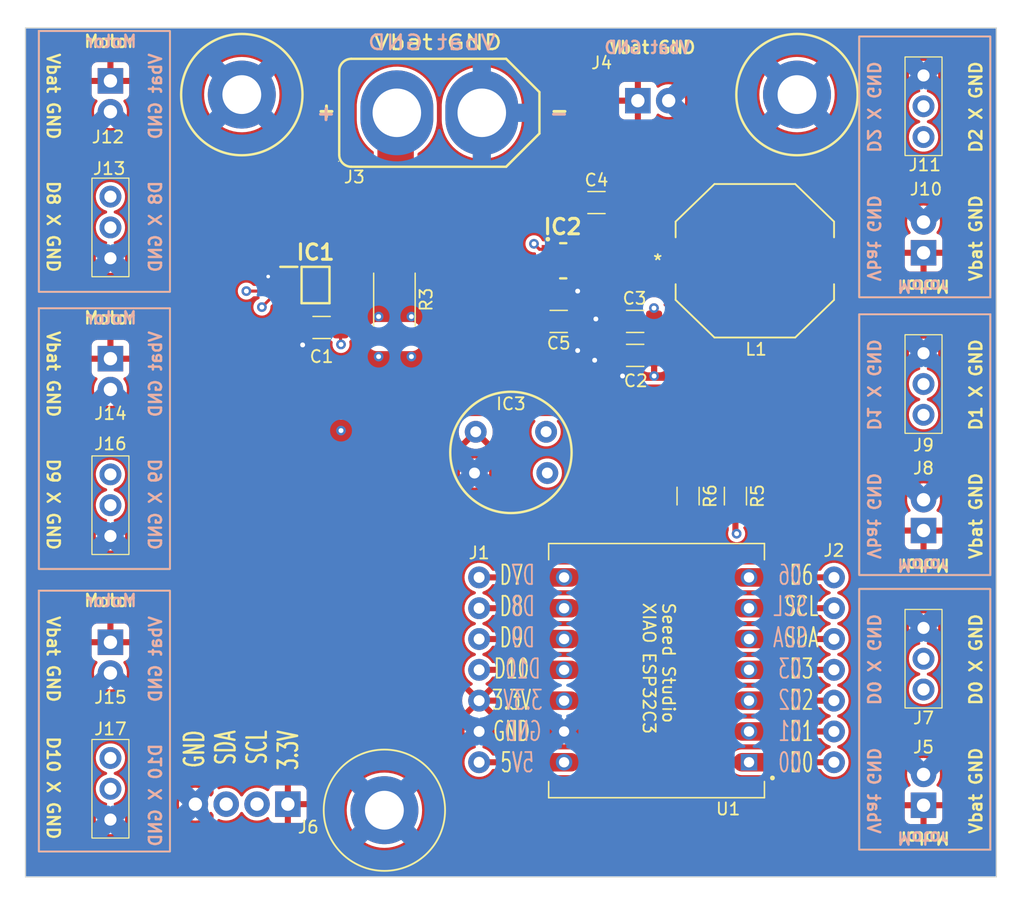
<source format=kicad_pcb>
(kicad_pcb (version 20221018) (generator pcbnew)
  (layers (0 "F.Cu" signal) (1 "In1.Cu" signal) (2 "In2.Cu" signal) (31 "B.Cu" signal) (34 "B.Paste" user) (35 "F.Paste" user) (36 "B.SilkS" user "B.Silkscreen") (37 "F.SilkS" user "F.Silkscreen") (38 "B.Mask" user) (39 "F.Mask" user) (44 "Edge.Cuts" user))
  (net 0 "")
  (net 1 "+3.3V")
  (net 2 "GND")
  (net 3 "+5V")
  (net 4 "/D10")
  (net 5 "/D9")
  (net 6 "/D8")
  (net 7 "/D7")
  (net 8 "/D6")
  (net 9 "Net-(IC2-BST)")
  (net 10 "Net-(IC2-SW)")
  (net 11 "/D3")
  (net 12 "/D2")
  (net 13 "/D1")
  (net 14 "/D0")
  (net 15 "+12V")
  (net 17 "/SDA")
  (net 18 "/SCL")
  (net 19 "/12V_in")
  (footprint "MasterThesis_library:Seed Studio XIAO ESP32C3 (with holes)" (layer "F.Cu") (at 151.1 81.89 180)
    (fp_text reference "U1" (at -5.9 -11.41) (layer "F.SilkS"))
    (fp_text value "SEEEDUINO XIAO ESP32-C3")
    (fp_line (start -8.89 -10.4775) (end 8.89 -10.4775) (stroke (width 0.127)) (layer "F.SilkS"))
    (fp_line (start -8.89 -9.144) (end -8.89 -10.4775) (stroke (width 0.127)) (layer "F.SilkS"))
    (fp_line (start -8.89 10.4775) (end -8.89 9.144) (stroke (width 0.127)) (layer "F.SilkS"))
    (fp_line (start 8.89 -9.144) (end 8.89 -10.4775) (stroke (width 0.127)) (layer "F.SilkS"))
    (fp_line (start 8.89 10.4775) (end -8.89 10.4775) (stroke (width 0.127)) (layer "F.SilkS"))
    (fp_line (start 8.89 10.4775) (end 8.89 9.144) (stroke (width 0.127)) (layer "F.SilkS"))
    (fp_circle (center -9.55 -8.85) (end -9.45 -8.85) (stroke (width 0.2)) (fill none) (layer "F.SilkS"))
    (pad "1" smd oval (at -8.299 -7.5565 180) (size 4 1.524) (layers "F.Cu" "F.Paste" "F.Mask") (net 14 "/D0"))
    (pad "1" thru_hole rect (at -7.62 -7.5565 180) (size 1.358 1.358) (drill 0.85) (layers "*.Cu" "*.Mask") (net 14 "/D0"))
    (pad "2" smd oval (at -8.299 -5.0165 180) (size 4 1.524) (layers "F.Cu" "F.Paste" "F.Mask") (net 13 "/D1"))
    (pad "2" thru_hole circle (at -7.62 -5.0165 180) (size 1.358 1.358) (drill 0.85) (layers "*.Cu" "*.Mask") (net 13 "/D1"))
    (pad "3" smd oval (at -8.299 -2.4765 180) (size 4 1.524) (layers "F.Cu" "F.Paste" "F.Mask") (net 12 "/D2"))
    (pad "3" thru_hole circle (at -7.62 -2.4765 180) (size 1.358 1.358) (drill 0.85) (layers "*.Cu" "*.Mask") (net 12 "/D2"))
    (pad "4" smd oval (at -8.299 0.0635 180) (size 4 1.524) (layers "F.Cu" "F.Paste" "F.Mask") (net 11 "/D3"))
    (pad "4" thru_hole circle (at -7.62 0.0635 180) (size 1.358 1.358) (drill 0.85) (layers "*.Cu" "*.Mask") (net 11 "/D3"))
    (pad "5" smd oval (at -8.299 2.6035 180) (size 4 1.524) (layers "F.Cu" "F.Paste" "F.Mask") (net 17 "/SDA"))
    (pad "5" thru_hole circle (at -7.62 2.6035 180) (size 1.358 1.358) (drill 0.85) (layers "*.Cu" "*.Mask") (net 17 "/SDA"))
    (pad "6" smd oval (at -8.299 5.1435 180) (size 4 1.524) (layers "F.Cu" "F.Paste" "F.Mask") (net 18 "/SCL"))
    (pad "6" thru_hole circle (at -7.62 5.1435 180) (size 1.358 1.358) (drill 0.85) (layers "*.Cu" "*.Mask") (net 18 "/SCL"))
    (pad "7" smd oval (at -8.299 7.6835 180) (size 4 1.524) (layers "F.Cu" "F.Paste" "F.Mask") (net 8 "/D6"))
    (pad "7" thru_hole circle (at -7.62 7.6835 180) (size 1.358 1.358) (drill 0.85) (layers "*.Cu" "*.Mask") (net 8 "/D6"))
    (pad "8" thru_hole circle (at 7.62 7.6835 180) (size 1.358 1.358) (drill 0.85) (layers "*.Cu" "*.Mask") (net 7 "/D7"))
    (pad "8" smd oval (at 8.299 7.6835 180) (size 4 1.524) (layers "F.Cu" "F.Paste" "F.Mask") (net 7 "/D7"))
    (pad "9" thru_hole circle (at 7.62 5.1435 180) (size 1.358 1.358) (drill 0.85) (layers "*.Cu" "*.Mask") (net 6 "/D8"))
    (pad "9" smd oval (at 8.299 5.1435 180) (size 4 1.524) (layers "F.Cu" "F.Paste" "F.Mask") (net 6 "/D8"))
    (pad "10" thru_hole circle (at 7.62 2.6035 180) (size 1.358 1.358) (drill 0.85) (layers "*.Cu" "*.Mask") (net 5 "/D9"))
    (pad "10" smd oval (at 8.299 2.6035 180) (size 4 1.524) (layers "F.Cu" "F.Paste" "F.Mask") (net 5 "/D9"))
    (pad "11" thru_hole circle (at 7.62 0.0635 180) (size 1.358 1.358) (drill 0.85) (layers "*.Cu" "*.Mask") (net 4 "/D10"))
    (pad "11" smd oval (at 8.299 0.0635 180) (size 4 1.524) (layers "F.Cu" "F.Paste" "F.Mask") (net 4 "/D10"))
    (pad "12" thru_hole circle (at 7.62 -2.4765 180) (size 1.358 1.358) (drill 0.85) (layers "*.Cu" "*.Mask") (net 1 "+3.3V"))
    (pad "12" smd oval (at 8.299 -2.4765 180) (size 4 1.524) (layers "F.Cu" "F.Paste" "F.Mask") (net 1 "+3.3V"))
    (pad "13" thru_hole circle (at 7.62 -5.0165 180) (size 1.358 1.358) (drill 0.85) (layers "*.Cu" "*.Mask") (net 2 "GND"))
    (pad "13" smd oval (at 8.299 -5.0165 180) (size 4 1.524) (layers "F.Cu" "F.Paste" "F.Mask") (net 2 "GND"))
    (pad "14" thru_hole circle (at 7.62 -7.5565 180) (size 1.358 1.358) (drill 0.85) (layers "*.Cu" "*.Mask") (net 3 "+5V"))
    (pad "14" smd oval (at 8.299 -7.5565 180) (size 4 1.524) (layers "F.Cu" "F.Paste" "F.Mask") (net 3 "+5V"))
  )
  (footprint "Capacitor_SMD:C_1206_3216Metric_Pad1.33x1.80mm_HandSolder" (layer "F.Cu") (at 149.3375 55.9 180)
    (fp_text reference "C2" (at -0.05 -2.1) (layer "F.SilkS"))
    (fp_text value "22uF" hide)
    (fp_line (start -0.711252 -0.91) (end 0.711252 -0.91) (stroke (width 0.12)) (layer "F.SilkS"))
    (fp_line (start -0.711252 0.91) (end 0.711252 0.91) (stroke (width 0.12)) (layer "F.SilkS"))
    (pad "1" smd roundrect (at -1.5625 0 180) (size 1.325 1.8) (layers "F.Cu" "F.Paste" "F.Mask") (roundrect_rratio 0.1886792453) (net 3 "+5V"))
    (pad "2" smd roundrect (at 1.5625 0 180) (size 1.325 1.8) (layers "F.Cu" "F.Paste" "F.Mask") (roundrect_rratio 0.1886792453) (net 2 "GND"))
  )
  (footprint "Capacitor_SMD:C_1206_3216Metric_Pad1.33x1.80mm_HandSolder" (layer "F.Cu") (at 143.0375 53.1)
    (fp_text reference "C5" (at 0 1.8) (layer "F.SilkS"))
    (fp_text value "10uF" hide)
    (fp_line (start -0.711252 -0.91) (end 0.711252 -0.91) (stroke (width 0.12)) (layer "F.SilkS"))
    (fp_line (start -0.711252 0.91) (end 0.711252 0.91) (stroke (width 0.12)) (layer "F.SilkS"))
    (pad "1" smd roundrect (at -1.5625 0) (size 1.325 1.8) (layers "F.Cu" "F.Paste" "F.Mask") (roundrect_rratio 0.1886792453) (net 15 "+12V"))
    (pad "2" smd roundrect (at 1.5625 0) (size 1.325 1.8) (layers "F.Cu" "F.Paste" "F.Mask") (roundrect_rratio 0.1886792453) (net 2 "GND"))
  )
  (footprint "MountingHole:MountingHole_3.2mm_M3_DIN965_Pad" (layer "F.Cu") (at 162.675 34.4)
    (fp_text reference "H2" hide)
    (fp_text value "MountingHole_Pad" hide)
    (pad "1" thru_hole circle locked (at 0 0) (size 5.6 5.6) (drill 3.2) (layers "*.Cu" "*.Mask") (net 2 "GND"))
  )
  (footprint "TerminalBlock_TE-Connectivity:TerminalBlock_TE_282834-2_1x02_P2.54mm_Horizontal" (layer "F.Cu") (at 173.1 92.988999 90)
    (fp_text reference "J5" (at 4.788999 0 180) (layer "F.SilkS"))
    (fp_text value "Screw_Terminal_01x02" hide)
    (pad "1" thru_hole rect locked (at 0 0 90) (size 2.1 2.1) (drill 1.1) (layers "*.Cu" "*.Mask") (net 15 "+12V"))
    (pad "2" thru_hole circle locked (at 2.54 0 90) (size 2.1 2.1) (drill 1.1) (layers "*.Cu" "*.Mask") (net 2 "GND"))
  )
  (footprint "MasterThesis_library:1x3_FemaleHeader" (layer "F.Cu") (at 173.1 37.899999 90)
    (fp_text reference "J11" (at -2.300001 0.1 unlocked) (layer "F.SilkS"))
    (fp_text value "Screw_Terminal_01x03" hide)
    (fp_rect (start -1.524 -1.524) (end 6.604 1.524) (stroke (width 0.1)) (fill none) (layer "F.SilkS"))
    (pad "1" thru_hole circle locked (at 0 0 90) (size 1.8 1.8) (drill 1) (layers "*.Cu" "*.Mask") (net 12 "/D2"))
    (pad "2" thru_hole circle locked (at 2.54 0 90) (size 1.8 1.8) (drill 1) (layers "*.Cu" "*.Mask"))
    (pad "3" thru_hole circle locked (at 5.08 0 90) (size 1.8 1.8) (drill 1) (layers "*.Cu" "*.Mask") (net 2 "GND"))
  )
  (footprint "MasterThesis_library:1x3_FemaleHeader" (layer "F.Cu") (at 173.1 83.448999 90)
    (fp_text reference "J7" (at -2.351001 0 unlocked) (layer "F.SilkS"))
    (fp_text value "~" hide)
    (fp_rect (start -1.524 -1.524) (end 6.604 1.524) (stroke (width 0.1)) (fill none) (layer "F.SilkS"))
    (pad "1" thru_hole circle locked (at 0 0 90) (size 1.8 1.8) (drill 1) (layers "*.Cu" "*.Mask") (net 14 "/D0"))
    (pad "2" thru_hole circle locked (at 2.54 0 90) (size 1.8 1.8) (drill 1) (layers "*.Cu" "*.Mask"))
    (pad "3" thru_hole circle locked (at 5.08 0 90) (size 1.8 1.8) (drill 1) (layers "*.Cu" "*.Mask") (net 2 "GND"))
  )
  (footprint "Resistor_SMD:R_1206_3216Metric_Pad1.30x1.75mm_HandSolder" (layer "F.Cu") (at 157.6 67.5 -90)
    (fp_text reference "R5" (at 0 -1.82 90) (layer "F.SilkS"))
    (fp_text value "10k" hide)
    (fp_line (start -0.727064 -0.91) (end 0.727064 -0.91) (stroke (width 0.12)) (layer "F.SilkS"))
    (fp_line (start -0.727064 0.91) (end 0.727064 0.91) (stroke (width 0.12)) (layer "F.SilkS"))
    (pad "1" smd roundrect (at -1.55 0 270) (size 1.3 1.75) (layers "F.Cu" "F.Paste" "F.Mask") (roundrect_rratio 0.1923076923) (net 1 "+3.3V"))
    (pad "2" smd roundrect (at 1.55 0 270) (size 1.3 1.75) (layers "F.Cu" "F.Paste" "F.Mask") (roundrect_rratio 0.1923076923) (net 17 "/SDA"))
  )
  (footprint "TerminalBlock_TE-Connectivity:TerminalBlock_TE_282834-2_1x02_P2.54mm_Horizontal" (layer "F.Cu") (at 106.1 33.270999 -90)
    (fp_text reference "J12" (at 4.629001 0.2 -180) (layer "F.SilkS"))
    (fp_text value "Screw_Terminal_01x02" hide)
    (pad "1" thru_hole rect locked (at 0 0 270) (size 2.1 2.1) (drill 1.1) (layers "*.Cu" "*.Mask") (net 15 "+12V"))
    (pad "2" thru_hole circle locked (at 2.54 0 270) (size 2.1 2.1) (drill 1.1) (layers "*.Cu" "*.Mask") (net 2 "GND"))
  )
  (footprint "MountingHole:MountingHole_3.2mm_M3_DIN965_Pad" (layer "F.Cu") (at 128.674999 93.4)
    (fp_text reference "H3" hide)
    (fp_text value "MountingHole_Pad" hide)
    (pad "1" thru_hole circle (at 0 0) (size 5.6 5.6) (drill 3.2) (layers "*.Cu" "*.Mask") (net 2 "GND"))
  )
  (footprint "TerminalBlock_TE-Connectivity:TerminalBlock_TE_282834-4_1x04_P2.54mm_Horizontal" (layer "F.Cu") (at 120.72 92.9 180)
    (fp_text reference "J6" (at -1.68 -1.9) (layer "F.SilkS"))
    (fp_text value "Screw_Terminal_01x04" hide)
    (pad "1" thru_hole rect locked (at 0 0 180) (size 2.1 2.1) (drill 1.1) (layers "*.Cu" "*.Mask") (net 1 "+3.3V"))
    (pad "2" thru_hole circle locked (at 2.54 0 180) (size 2.1 2.1) (drill 1.1) (layers "*.Cu" "*.Mask") (net 18 "/SCL"))
    (pad "3" thru_hole circle locked (at 5.08 0 180) (size 2.1 2.1) (drill 1.1) (layers "*.Cu" "*.Mask") (net 17 "/SDA"))
    (pad "4" thru_hole circle locked (at 7.62 0 180) (size 2.1 2.1) (drill 1.1) (layers "*.Cu" "*.Mask") (net 2 "GND"))
  )
  (footprint "TerminalBlock_TE-Connectivity:TerminalBlock_TE_282834-2_1x02_P2.54mm_Horizontal" (layer "F.Cu") (at 106.1 79.552011 -90)
    (fp_text reference "J15" (at 4.547989 0 -180) (layer "F.SilkS"))
    (fp_text value "Screw_Terminal_01x02" hide)
    (pad "1" thru_hole rect locked (at 0 0 270) (size 2.1 2.1) (drill 1.1) (layers "*.Cu" "*.Mask") (net 15 "+12V"))
    (pad "2" thru_hole circle locked (at 2.54 0 270) (size 2.1 2.1) (drill 1.1) (layers "*.Cu" "*.Mask") (net 2 "GND"))
  )
  (footprint "MasterThesis_library:1x3_FemaleHeader" (layer "F.Cu") (at 106.1 42.811001 -90)
    (fp_text reference "J13" (at -2.311001 0.1 unlocked) (layer "F.SilkS"))
    (fp_text value "Screw_Terminal_01x03" hide)
    (fp_rect (start -1.524 -1.524) (end 6.604 1.524) (stroke (width 0.1)) (fill none) (layer "F.SilkS"))
    (pad "1" thru_hole circle locked (at 0 0 270) (size 1.8 1.8) (drill 1) (layers "*.Cu" "*.Mask") (net 6 "/D8"))
    (pad "2" thru_hole circle locked (at 2.54 0 270) (size 1.8 1.8) (drill 1) (layers "*.Cu" "*.Mask"))
    (pad "3" thru_hole circle locked (at 5.08 0 270) (size 1.8 1.8) (drill 1) (layers "*.Cu" "*.Mask") (net 2 "GND"))
  )
  (footprint "Capacitor_SMD:C_1206_3216Metric_Pad1.33x1.80mm_HandSolder" (layer "F.Cu") (at 123.5 53.6 180)
    (fp_text reference "C1" (at 0 -2.4) (layer "F.SilkS"))
    (fp_text value "100nF" hide)
    (fp_line (start -0.711252 -0.91) (end 0.711252 -0.91) (stroke (width 0.12)) (layer "F.SilkS"))
    (fp_line (start -0.711252 0.91) (end 0.711252 0.91) (stroke (width 0.12)) (layer "F.SilkS"))
    (pad "1" smd roundrect (at -1.5625 0 180) (size 1.325 1.8) (layers "F.Cu" "F.Paste" "F.Mask") (roundrect_rratio 0.1886792453) (net 1 "+3.3V"))
    (pad "2" smd roundrect (at 1.5625 0 180) (size 1.325 1.8) (layers "F.Cu" "F.Paste" "F.Mask") (roundrect_rratio 0.1886792453) (net 2 "GND"))
  )
  (footprint "MasterThesis_library:1x7_Header" (layer "F.Cu") (at 165.719999 74.206499 -90)
    (fp_text reference "J2" (at -2.2215 0 unlocked) (layer "F.SilkS"))
    (fp_text value "~")
    (pad "1" thru_hole circle locked (at 0 0 270) (size 1.8 1.8) (drill 0.9) (layers "*.Cu" "*.Mask") (net 8 "/D6"))
    (pad "2" thru_hole circle locked (at 2.54 0 270) (size 1.8 1.8) (drill 0.9) (layers "*.Cu" "*.Mask") (net 18 "/SCL"))
    (pad "3" thru_hole circle locked (at 5.08 0 270) (size 1.8 1.8) (drill 0.9) (layers "*.Cu" "*.Mask") (net 17 "/SDA"))
    (pad "4" thru_hole circle locked (at 7.62 0 270) (size 1.8 1.8) (drill 0.9) (layers "*.Cu" "*.Mask") (net 11 "/D3"))
    (pad "5" thru_hole circle locked (at 10.16 0 270) (size 1.8 1.8) (drill 0.9) (layers "*.Cu" "*.Mask") (net 12 "/D2"))
    (pad "6" thru_hole circle locked (at 12.7 0 270) (size 1.8 1.8) (drill 0.9) (layers "*.Cu" "*.Mask") (net 13 "/D1"))
    (pad "7" thru_hole circle locked (at 15.24 0 270) (size 1.8 1.8) (drill 0.9) (layers "*.Cu" "*.Mask") (net 14 "/D0"))
  )
  (footprint "MasterThesis_library:XT60" (layer "F.Cu") (at 124.9 35.9)
    (fp_text reference "J3" (at 1.3 5.3 unlocked) (layer "F.SilkS"))
    (fp_text value "~" hide)
    (fp_text user "-" (at 17.3 0.5 unlocked) (layer "F.SilkS") (effects (font (size 1.2 1.2) (thickness 0.24) bold) (justify left bottom)))
    (fp_text user "+" (at -1.9 0.5 unlocked) (layer "F.SilkS") (effects (font (size 1.2 1.2) (thickness 0.24) bold) (justify left bottom)))
    (fp_line (start 0 4) (end 0 4) (stroke (width 0.1)) (layer "F.SilkS"))
    (fp_line (start 0.05 3.45) (end 0.05 -3.45) (stroke (width 0.2)) (layer "F.SilkS"))
    (fp_line (start 1.05 -4.45) (end 13.807107 -4.45) (stroke (width 0.2)) (layer "F.SilkS"))
    (fp_line (start 13.807107 -4.45) (end 16.55 -1.707107) (stroke (width 0.2)) (layer "F.SilkS"))
    (fp_line (start 13.807107 4.45) (end 1.05 4.45) (stroke (width 0.2)) (layer "F.SilkS"))
    (fp_line (start 16.55 -1.707107) (end 16.55 1.707107) (stroke (width 0.2)) (layer "F.SilkS"))
    (fp_line (start 16.55 1.707107) (end 13.807107 4.45) (stroke (width 0.2)) (layer "F.SilkS"))
    (fp_arc (start 0.05 -3.45) (mid 0.342893 -4.157107) (end 1.05 -4.45) (stroke (width 0.2)) (layer "F.SilkS"))
    (fp_arc (start 1.05 4.45) (mid 0.342893 4.157107) (end 0.05 3.45) (stroke (width 0.2)) (layer "F.SilkS"))
    (pad "1" thru_hole oval locked (at 4.8 0) (size 6 7) (drill 4) (layers "*.Cu" "*.Mask") (net 19 "/12V_in"))
    (pad "2" thru_hole oval locked (at 11.8 0) (size 6 7) (drill 4) (layers "*.Cu" "*.Mask") (net 2 "GND"))
  )
  (footprint "MasterThesis_library:INA228" (layer "F.Cu") (at 123 50.1)
    (fp_text reference "IC1" (at 0 -2.7) (layer "F.SilkS") (effects (font (size 1.27 1.27) (thickness 0.254))))
    (fp_text value "INA228AQDGSRQ1" hide)
    (fp_line (start -2.9 -1.5) (end -1.5 -1.5) (stroke (width 0.2)) (layer "F.SilkS"))
    (fp_line (start -1.15 -1.5) (end 1.15 -1.5) (stroke (width 0.2)) (layer "F.SilkS"))
    (fp_line (start -1.15 1.5) (end -1.15 -1.5) (stroke (width 0.2)) (layer "F.SilkS"))
    (fp_line (start 1.15 -1.5) (end 1.15 1.5) (stroke (width 0.2)) (layer "F.SilkS"))
    (fp_line (start 1.15 1.5) (end -1.15 1.5) (stroke (width 0.2)) (layer "F.SilkS"))
    (pad "1" smd rect (at -2.2 -1 90) (size 0.3 1.4) (layers "F.Cu" "F.Paste" "F.Mask") (net 2 "GND"))
    (pad "2" smd rect (at -2.2 -0.5 90) (size 0.3 1.4) (layers "F.Cu" "F.Paste" "F.Mask") (net 2 "GND"))
    (pad "3" smd rect (at -2.2 0 90) (size 0.3 1.4) (layers "F.Cu" "F.Paste" "F.Mask"))
    (pad "4" smd rect (at -2.2 0.5 90) (size 0.3 1.4) (layers "F.Cu" "F.Paste" "F.Mask") (net 17 "/SDA"))
    (pad "5" smd rect (at -2.2 1 90) (size 0.3 1.4) (layers "F.Cu" "F.Paste" "F.Mask") (net 18 "/SCL"))
    (pad "6" smd rect (at 2.2 1 90) (size 0.3 1.4) (layers "F.Cu" "F.Paste" "F.Mask") (net 1 "+3.3V"))
    (pad "7" smd rect (at 2.2 0.5 90) (size 0.3 1.4) (layers "F.Cu" "F.Paste" "F.Mask") (net 2 "GND"))
    (pad "8" smd rect (at 2.2 0 90) (size 0.3 1.4) (layers "F.Cu" "F.Paste" "F.Mask") (net 19 "/12V_in"))
    (pad "9" smd rect (at 2.2 -0.5 90) (size 0.3 1.4) (layers "F.Cu" "F.Paste" "F.Mask") (net 15 "+12V"))
    (pad "10" smd rect (at 2.2 -1 90) (size 0.3 1.4) (layers "F.Cu" "F.Paste" "F.Mask") (net 19 "/12V_in"))
  )
  (footprint "MasterThesis_library:1x3_FemaleHeader" (layer "F.Cu") (at 106.1 89.092011 -90)
    (fp_text reference "J17" (at -2.392011 0 unlocked) (layer "F.SilkS"))
    (fp_text value "Screw_Terminal_01x03" hide)
    (fp_rect (start -1.524 -1.524) (end 6.604 1.524) (stroke (width 0.1)) (fill none) (layer "F.SilkS"))
    (pad "1" thru_hole circle locked (at 0 0 270) (size 1.8 1.8) (drill 1) (layers "*.Cu" "*.Mask") (net 4 "/D10"))
    (pad "2" thru_hole circle locked (at 2.54 0 270) (size 1.8 1.8) (drill 1) (layers "*.Cu" "*.Mask"))
    (pad "3" thru_hole circle locked (at 5.08 0 270) (size 1.8 1.8) (drill 1) (layers "*.Cu" "*.Mask") (net 2 "GND"))
  )
  (footprint "TerminalBlock_TE-Connectivity:TerminalBlock_TE_282834-2_1x02_P2.54mm_Horizontal" (layer "F.Cu") (at 173.1 47.440001 90)
    (fp_text reference "J10" (at 5.240001 0.2) (layer "F.SilkS"))
    (fp_text value "Screw_Terminal_01x02" hide)
    (pad "1" thru_hole rect locked (at 0 0 90) (size 2.1 2.1) (drill 1.1) (layers "*.Cu" "*.Mask") (net 15 "+12V"))
    (pad "2" thru_hole circle locked (at 2.54 0 90) (size 2.1 2.1) (drill 1.1) (layers "*.Cu" "*.Mask") (net 2 "GND"))
  )
  (footprint "MasterThesis_library:IMU_V2" (layer "F.Cu") (at 139.1 63.9)
    (fp_text reference "IC3" (at 0 -4 unlocked) (layer "F.SilkS"))
    (fp_text value "~")
    (fp_circle (center 0 0) (end 5 0) (stroke (width 0.2)) (fill none) (layer "F.SilkS"))
    (pad "1" thru_hole circle locked (at -2.9 -1.7) (size 1.8 1.8) (drill 0.9) (layers "*.Cu" "*.Mask") (net 1 "+3.3V"))
    (pad "2" thru_hole circle locked (at 2.9 -1.7) (size 1.8 1.8) (drill 0.9) (layers "*.Cu" "*.Mask") (net 18 "/SCL"))
    (pad "3" thru_hole circle locked (at 3 1.7) (size 1.8 1.8) (drill 0.9) (layers "*.Cu" "*.Mask") (net 17 "/SDA"))
    (pad "4" thru_hole circle locked (at -3 1.7) (size 1.8 1.8) (drill 0.9) (layers "*.Cu" "*.Mask") (net 2 "GND"))
  )
  (footprint "MasterThesis_library:CLF12555T-4R7N-H" (layer "F.Cu") (at 159.2 48.1)
    (fp_text reference "L1" (at 0.1 7.3 unlocked) (layer "F.SilkS"))
    (fp_text value "L")
    (fp_text user "*" (at -8 0) (layer "F.SilkS"))
    (fp_line (start -6.527 -3.227) (end -6.527 -1.932741) (stroke (width 0.1524)) (layer "F.SilkS"))
    (fp_line (start -6.527 1.932741) (end -6.527 3.227) (stroke (width 0.1524)) (layer "F.SilkS"))
    (fp_line (start -6.527 3.227) (end -3.327 6.327) (stroke (width 0.1524)) (layer "F.SilkS"))
    (fp_line (start -3.327 -6.327) (end -6.527 -3.227) (stroke (width 0.1524)) (layer "F.SilkS"))
    (fp_line (start -3.327 6.327) (end 3.327 6.327) (stroke (width 0.1524)) (layer "F.SilkS"))
    (fp_line (start 3.327 -6.327) (end -3.327 -6.327) (stroke (width 0.1524)) (layer "F.SilkS"))
    (fp_line (start 3.327 6.327) (end 6.527 3.227) (stroke (width 0.1524)) (layer "F.SilkS"))
    (fp_line (start 6.527 -3.227) (end 3.327 -6.327) (stroke (width 0.1524)) (layer "F.SilkS"))
    (fp_line (start 6.527 -1.932741) (end 6.527 -3.227) (stroke (width 0.1524)) (layer "F.SilkS"))
    (fp_line (start 6.527 3.227) (end 6.527 1.932741) (stroke (width 0.1524)) (layer "F.SilkS"))
    (pad "1" smd rect (at -5.5 0) (size 2.7 3.200001) (layers "F.Cu" "F.Paste" "F.Mask") (net 10 "Net-(IC2-SW)"))
    (pad "2" smd rect (at 5.5 0) (size 2.7 3.200001) (layers "F.Cu" "F.Paste" "F.Mask") (net 3 "+5V"))
  )
  (footprint "MasterThesis_library:1x3_FemaleHeader" (layer "F.Cu") (at 106.1 65.71275 -90)
    (fp_text reference "J16" (at -2.51275 0 unlocked) (layer "F.SilkS"))
    (fp_text value "Screw_Terminal_01x03" hide)
    (fp_rect (start -1.524 -1.524) (end 6.604 1.524) (stroke (width 0.1)) (fill none) (layer "F.SilkS"))
    (pad "1" thru_hole circle locked (at 0 0 270) (size 1.8 1.8) (drill 1) (layers "*.Cu" "*.Mask") (net 5 "/D9"))
    (pad "2" thru_hole circle locked (at 2.54 0 270) (size 1.8 1.8) (drill 1) (layers "*.Cu" "*.Mask"))
    (pad "3" thru_hole circle locked (at 5.08 0 270) (size 1.8 1.8) (drill 1) (layers "*.Cu" "*.Mask") (net 2 "GND"))
  )
  (footprint "MountingHole:MountingHole_3.2mm_M3_DIN965_Pad" (layer "F.Cu") (at 116.925 34.4)
    (fp_text reference "H1" hide)
    (fp_text value "MountingHole_Pad" hide)
    (pad "1" thru_hole circle locked (at 0 0) (size 5.6 5.6) (drill 3.2) (layers "*.Cu" "*.Mask") (net 2 "GND"))
  )
  (footprint "Resistor_SMD:R_1206_3216Metric_Pad1.30x1.75mm_HandSolder" (layer "F.Cu") (at 153.699999 67.500004 -90)
    (fp_text reference "R6" (at 0 -1.82 90) (layer "F.SilkS"))
    (fp_text value "10k" hide)
    (fp_line (start -0.727064 -0.91) (end 0.727064 -0.91) (stroke (width 0.12)) (layer "F.SilkS"))
    (fp_line (start -0.727064 0.91) (end 0.727064 0.91) (stroke (width 0.12)) (layer "F.SilkS"))
    (pad "1" smd roundrect (at -1.55 0 270) (size 1.3 1.75) (layers "F.Cu" "F.Paste" "F.Mask") (roundrect_rratio 0.1923076923) (net 1 "+3.3V"))
    (pad "2" smd roundrect (at 1.55 0 270) (size 1.3 1.75) (layers "F.Cu" "F.Paste" "F.Mask") (roundrect_rratio 0.1923076923) (net 18 "/SCL"))
  )
  (footprint "Capacitor_SMD:C_1206_3216Metric_Pad1.33x1.80mm_HandSolder" (layer "F.Cu") (at 149.3375 53.1 180)
    (fp_text reference "C3" (at 0.05 1.9) (layer "F.SilkS"))
    (fp_text value "22uF" hide)
    (fp_line (start -0.711252 -0.91) (end 0.711252 -0.91) (stroke (width 0.12)) (layer "F.SilkS"))
    (fp_line (start -0.711252 0.91) (end 0.711252 0.91) (stroke (width 0.12)) (layer "F.SilkS"))
    (pad "1" smd roundrect (at -1.5625 0 180) (size 1.325 1.8) (layers "F.Cu" "F.Paste" "F.Mask") (roundrect_rratio 0.1886792453) (net 3 "+5V"))
    (pad "2" smd roundrect (at 1.5625 0 180) (size 1.325 1.8) (layers "F.Cu" "F.Paste" "F.Mask") (roundrect_rratio 0.1886792453) (net 2 "GND"))
  )
  (footprint "MasterThesis_library:AP63205WU7" (layer "F.Cu") (at 143.4115 48.1 -90)
    (fp_text reference "IC2" (at -2.801 0.049) (layer "F.SilkS") (effects (font (size 1.27 1.27) (thickness 0.254))))
    (fp_text value "AP63205WU-7" hide)
    (fp_line (start -1.45 -0.254) (end -1.45 0.254) (stroke (width 0.2)) (layer "F.SilkS"))
    (fp_line (start 1.45 -0.254) (end 1.45 0.254) (stroke (width 0.2)) (layer "F.SilkS"))
    (fp_circle (center -1.778 1.27) (end -1.636579 1.27) (stroke (width 0.1)) (fill solid) (layer "F.SilkS"))
    (pad "1" smd rect (at -0.95 1.1885 270) (size 0.7 1.179) (layers "F.Cu" "F.Paste" "F.Mask") (net 3 "+5V"))
    (pad "2" smd rect (at 0 1.1885 270) (size 0.7 1.179) (layers "F.Cu" "F.Paste" "F.Mask") (net 15 "+12V"))
    (pad "3" smd rect (at 0.95 1.1885 270) (size 0.7 1.179) (layers "F.Cu" "F.Paste" "F.Mask") (net 15 "+12V"))
    (pad "4" smd rect (at 0.95 -1.1885 270) (size 0.7 1.179) (layers "F.Cu" "F.Paste" "F.Mask") (net 2 "GND"))
    (pad "5" smd rect (at 0 -1.1885 270) (size 0.7 1.179) (layers "F.Cu" "F.Paste" "F.Mask") (net 10 "Net-(IC2-SW)"))
    (pad "6" smd rect (at -0.95 -1.1885 270) (size 0.7 1.179) (layers "F.Cu" "F.Paste" "F.Mask") (net 9 "Net-(IC2-BST)"))
  )
  (footprint "TerminalBlock_TE-Connectivity:TerminalBlock_TE_282834-2_1x02_P2.54mm_Horizontal" (layer "F.Cu") (at 149.56 34.9)
    (fp_text reference locked "J4" (at -2.982791 -3.1155) (layer "F.SilkS"))
    (fp_text value "Screw_Terminal_01x02" hide)
    (pad "1" thru_hole rect locked (at 0 0) (size 2.1 2.1) (drill 1.1) (layers "*.Cu" "*.Mask") (net 15 "+12V"))
    (pad "2" thru_hole circle locked (at 2.54 0) (size 2.1 2.1) (drill 1.1) (layers "*.Cu" "*.Mask") (net 2 "GND"))
  )
  (footprint "TerminalBlock_TE-Connectivity:TerminalBlock_TE_282834-2_1x02_P2.54mm_Horizontal" (layer "F.Cu") (at 173.1 70.341751 90)
    (fp_text reference "J8" (at 5.141751 0 180) (layer "F.SilkS"))
    (fp_text value "Screw_Terminal_01x02" hide)
    (pad "1" thru_hole rect locked (at 0 0 90) (size 2.1 2.1) (drill 1.1) (layers "*.Cu" "*.Mask") (net 15 "+12V"))
    (pad "2" thru_hole circle locked (at 2.54 0 90) (size 2.1 2.1) (drill 1.1) (layers "*.Cu" "*.Mask") (net 2 "GND"))
  )
  (footprint "MasterThesis_library:1x7_Header" (layer "F.Cu") (at 136.479999 89.4465 90)
    (fp_text reference "J1" (at 17.2615 0 unlocked) (layer "F.SilkS"))
    (fp_text value "~")
    (pad "1" thru_hole circle locked (at 0 0 90) (size 1.8 1.8) (drill 0.9) (layers "*.Cu" "*.Mask") (net 3 "+5V"))
    (pad "2" thru_hole circle locked (at 2.54 0 90) (size 1.8 1.8) (drill 0.9) (layers "*.Cu" "*.Mask") (net 2 "GND"))
    (pad "3" thru_hole circle locked (at 5.08 0 90) (size 1.8 1.8) (drill 0.9) (layers "*.Cu" "*.Mask") (net 1 "+3.3V"))
    (pad "4" thru_hole circle locked (at 7.62 0 90) (size 1.8 1.8) (drill 0.9) (layers "*.Cu" "*.Mask") (net 4 "/D10"))
    (pad "5" thru_hole circle locked (at 10.16 0 90) (size 1.8 1.8) (drill 0.9) (layers "*.Cu" "*.Mask") (net 5 "/D9"))
    (pad "6" thru_hole circle locked (at 12.7 0 90) (size 1.8 1.8) (drill 0.9) (layers "*.Cu" "*.Mask") (net 6 "/D8"))
    (pad "7" thru_hole circle locked (at 15.24 0 90) (size 1.8 1.8) (drill 0.9) (layers "*.Cu" "*.Mask") (net 7 "/D7"))
  )
  (footprint "MasterThesis_library:1x3_FemaleHeader" (layer "F.Cu") (at 173.1 60.80175 90)
    (fp_text reference "J9" (at -2.49825 0 unlocked) (layer "F.SilkS"))
    (fp_text value "Screw_Terminal_01x03" hide)
    (fp_rect (start -1.524 -1.524) (end 6.604 1.524) (stroke (width 0.1)) (fill none) (layer "F.SilkS"))
    (pad "1" thru_hole circle locked (at 0 0 90) (size 1.8 1.8) (drill 1) (layers "*.Cu" "*.Mask") (net 13 "/D1"))
    (pad "2" thru_hole circle locked (at 2.54 0 90) (size 1.8 1.8) (drill 1) (layers "*.Cu" "*.Mask"))
    (pad "3" thru_hole circle locked (at 5.08 0 90) (size 1.8 1.8) (drill 1) (layers "*.Cu" "*.Mask") (net 2 "GND"))
  )
  (footprint "TerminalBlock_TE-Connectivity:TerminalBlock_TE_282834-2_1x02_P2.54mm_Horizontal" (layer "F.Cu") (at 106.1 56.17275 -90)
    (fp_text reference "J14" (at 4.52725 0 -180) (layer "F.SilkS"))
    (fp_text value "Screw_Terminal_01x02" hide)
    (pad "1" thru_hole rect locked (at 0 0 270) (size 2.1 2.1) (drill 1.1) (layers "*.Cu" "*.Mask") (net 15 "+12V"))
    (pad "2" thru_hole circle locked (at 2.54 0 270) (size 2.1 2.1) (drill 1.1) (layers "*.Cu" "*.Mask") (net 2 "GND"))
  )
  (footprint "Resistor_SMD:R_2512_6332Metric_Pad1.40x3.35mm_HandSolder" (layer "F.Cu") (at 129.5 51.3 -90)
    (fp_text reference "R3" (at 0 -2.62 90) (layer "F.SilkS"))
    (fp_text value "15m" hide)
    (fp_line (start -2.177064 -1.71) (end 2.177064 -1.71) (stroke (width 0.12)) (layer "F.SilkS"))
    (fp_line (start -2.177064 1.71) (end 2.177064 1.71) (stroke (width 0.12)) (layer "F.SilkS"))
    (pad "1" smd roundrect (at -3.05 0 270) (size 1.4 3.35) (layers "F.Cu" "F.Paste" "F.Mask") (roundrect_rratio 0.1785707143) (net 19 "/12V_in"))
    (pad "2" smd roundrect (at 3.05 0 270) (size 1.4 3.35) (layers "F.Cu" "F.Paste" "F.Mask") (roundrect_rratio 0.1785707143) (net 15 "+12V"))
  )
  (footprint "Capacitor_SMD:C_1206_3216Metric_Pad1.33x1.80mm_HandSolder" (layer "F.Cu") (at 146.15 43.3)
    (fp_text reference "C4" (at 0 -1.85) (layer "F.SilkS"))
    (fp_text value "100nF" hide)
    (fp_line (start -0.711252 -0.91) (end 0.711252 -0.91) (stroke (width 0.12)) (layer "F.SilkS"))
    (fp_line (start -0.711252 0.91) (end 0.711252 0.91) (stroke (width 0.12)) (layer "F.SilkS"))
    (pad "1" smd roundrect (at -1.5625 0) (size 1.325 1.8) (layers "F.Cu" "F.Paste" "F.Mask") (roundrect_rratio 0.1886792453) (net 9 "Net-(IC2-BST)"))
    (pad "2" smd roundrect (at 1.5625 0) (size 1.325 1.8) (layers "F.Cu" "F.Paste" "F.Mask") (roundrect_rratio 0.1886792453) (net 10 "Net-(IC2-SW)"))
  )
  (gr_rect (start 100.2 52.00925) (end 111 73.50925) (stroke (width 0.15)) (fill none) (layer "B.SilkS"))
  (gr_rect (start 100.2 29.158375) (end 111 50.658375) (stroke (width 0.15)) (fill none) (layer "B.SilkS"))
  (gr_rect (start 100.2 75.29888) (end 111 96.79888) (stroke (width 0.15)) (fill none) (layer "B.SilkS"))
  (gr_poly (pts (xy 167.8 51.1055) (xy 178.6 51.1055) (xy 178.6 29.6055) (xy 167.8 29.6055)) (stroke (width 0.15)) (fill none) (layer "B.SilkS"))
  (gr_poly (pts (xy 167.8 74.007251) (xy 178.6 74.007251) (xy 178.6 52.507251) (xy 167.8 52.50725)) (stroke (width 0.15)) (fill none) (layer "B.SilkS"))
  (gr_poly (pts (xy 167.8 96.6545) (xy 178.6 96.654499) (xy 178.6 75.154499) (xy 167.8 75.154499)) (stroke (width 0.15)) (fill none) (layer "B.SilkS"))
  (gr_circle (center 128.674999 93.4) (end 133.674999 93.4) (stroke (width 0.15)) (fill none) (layer "F.SilkS"))
  (gr_poly (pts (xy 178.6 74.007251) (xy 167.8 74.007251) (xy 167.8 52.507251) (xy 178.6 52.50725)) (stroke (width 0.15)) (fill none) (layer "F.SilkS"))
  (gr_poly (pts (xy 178.6 51.1055) (xy 167.8 51.1055) (xy 167.8 29.6055) (xy 178.6 29.6055)) (stroke (width 0.15)) (fill none) (layer "F.SilkS"))
  (gr_rect (start 100.2 29.158375) (end 111 50.658375) (stroke (width 0.15)) (fill none) (layer "F.SilkS"))
  (gr_poly (pts (xy 178.6 96.6545) (xy 167.8 96.654499) (xy 167.8 75.154499) (xy 178.6 75.154499)) (stroke (width 0.15)) (fill none) (layer "F.SilkS"))
  (gr_rect (start 100.2 52.00925) (end 111 73.50925) (stroke (width 0.15)) (fill none) (layer "F.SilkS"))
  (gr_rect (start 100.2 75.29888) (end 111 96.79888) (stroke (width 0.15)) (fill none) (layer "F.SilkS"))
  (gr_circle locked (center 116.925 34.4) (end 121.925 34.4) (stroke (width 0.2)) (fill none) (layer "F.SilkS"))
  (gr_circle (center 162.675 34.4) (end 167.675 34.4) (stroke (width 0.2)) (fill none) (layer "F.SilkS"))
  (gr_rect (start 99.1 28.9) (end 179.1 98.9) (stroke (width 0.1)) (fill none) (layer "Edge.Cuts"))
  (gr_text "D8 X GND" (at 110.4 41.412906 -270) (layer "B.SilkS") (effects (font (size 1 1) (thickness 0.2) bold) (justify left bottom mirror)))
  (gr_text "D7\nD8\nD9\nD10\n3.3V\nGND\n5V" (at 140.090499 90.40525) (layer "B.SilkS") (effects (font (size 1.6 1)) (justify bottom mirror)))
  (gr_text "-" (at 142.161906 35.4 180) (layer "B.SilkS") (effects (font (size 1.2 1.2) (thickness 0.24) bold) (justify left bottom mirror)))
  (gr_text "+" (at 122.961906 35.4 180) (layer "B.SilkS") (effects (font (size 1.2 1.2) (thickness 0.24) bold) (justify left bottom mirror)))
  (gr_text "Motor" (at 170.828571 49.6 180) (layer "B.SilkS") (effects (font (size 1 1) (thickness 0.2) bold) (justify left bottom mirror)))
  (gr_text "Motor" (at 108.371429 76.7) (layer "B.SilkS") (effects (font (size 1 1) (thickness 0.2) bold) (justify left bottom mirror)))
  (gr_text "D6\nSCL\nSDA\nD3\nD2\nD1\nD0" (at 162.109499 90.405249) (layer "B.SilkS") (effects (font (size 1.6 1)) (justify bottom mirror)))
  (gr_text "D0 X GND" (at 168.4 84.847095 -90) (layer "B.SilkS") (effects (font (size 1 1) (thickness 0.2) bold) (justify left bottom mirror)))
  (gr_text "D1 X GND" (at 168.4 62.199846 -90) (layer "B.SilkS") (effects (font (size 1 1) (thickness 0.2) bold) (justify left bottom mirror)))
  (gr_text "Vbat GND" (at 154 31.1) (layer "B.SilkS") (effects (font (size 1 1) (thickness 0.2) bold) (justify left bottom mirror)))
  (gr_text "D2 X GND" (at 168.4 39.298095 -90) (layer "B.SilkS") (effects (font (size 1 1) (thickness 0.2) bold) (justify left bottom mirror)))
  (gr_text "Vbat GND" (at 110.4 77.292188 -270) (layer "B.SilkS") (effects (font (size 1 1) (thickness 0.2) bold) (justify left bottom mirror)))
  (gr_text "Motor" (at 108.371429 30.6) (layer "B.SilkS") (effects (font (size 1 1) (thickness 0.2) bold) (justify left bottom mirror)))
  (gr_text "Vbat GND" (at 110.4 30.892188 -270) (layer "B.SilkS") (effects (font (size 1 1) (thickness 0.2) bold) (justify left bottom mirror)))
  (gr_text "Motor" (at 108.371429 53.4) (layer "B.SilkS") (effects (font (size 1 1) (thickness 0.2) bold) (justify left bottom mirror)))
  (gr_text "Vbat GND" (at 110.4 53.792188 -270) (layer "B.SilkS") (effects (font (size 1 1) (thickness 0.2) bold) (justify left bottom mirror)))
  (gr_text "Vbat GND" (at 138 30.8) (layer "B.SilkS") (effects (font (size 1.2 1.5) (thickness 0.2) bold) (justify left bottom mirror)))
  (gr_text "Vbat GND" (at 168.4 72.795561 -90) (layer "B.SilkS") (effects (font (size 1 1) (thickness 0.2) bold) (justify left bottom mirror)))
  (gr_text "D9 X GND" (at 110.4 64.312906 -270) (layer "B.SilkS") (effects (font (size 1 1) (thickness 0.2) bold) (justify left bottom mirror)))
  (gr_text "Motor" (at 170.828571 72.6 180) (layer "B.SilkS") (effects (font (size 1 1) (thickness 0.2) bold) (justify left bottom mirror)))
  (gr_text "D10 X GND" (at 110.4 87.812906 -270) (layer "B.SilkS") (effects (font (size 1 1) (thickness 0.2) bold) (justify left bottom mirror)))
  (gr_text "Vbat GND" (at 168.4 49.893811 -90) (layer "B.SilkS") (effects (font (size 1 1) (thickness 0.2) bold) (justify left bottom mirror)))
  (gr_text "Vbat GND" (at 168.4 95.442809 -90) (layer "B.SilkS") (effects (font (size 1 1) (thickness 0.2) bold) (justify left bottom mirror)))
  (gr_text "Motor" (at 170.828571 95.1 180) (layer "B.SilkS") (effects (font (size 1 1) (thickness 0.2) bold) (justify left bottom mirror)))
  (gr_text "Vbat GND" (at 100.8 53.792188 270) (layer "F.SilkS") (effects (font (size 1 1) (thickness 0.2) bold) (justify left bottom)))
  (gr_text "Vbat GND" (at 100.8 30.892188 270) (layer "F.SilkS") (effects (font (size 1 1) (thickness 0.2) bold) (justify left bottom)))
  (gr_text "Vbat GND" (at 178 95.442809 90) (layer "F.SilkS") (effects (font (size 1 1) (thickness 0.2) bold) (justify left bottom)))
  (gr_text "GND\nSDA\nSCL\n3.3V" (at 121.682 86.7 90) (layer "F.SilkS") (effects (font (size 1.6 1) (thickness 0.2) bold) (justify right bottom)))
  (gr_text "Motor" (at 175.371429 72.6 180) (layer "F.SilkS") (effects (font (size 1 1) (thickness 0.2) bold) (justify left bottom)))
  (gr_text "Motor" (at 175.371429 49.6 180) (layer "F.SilkS") (effects (font (size 1 1) (thickness 0.2) bold) (justify left bottom)))
  (gr_text "D8 X GND" (at 100.8 41.412906 270) (layer "F.SilkS") (effects (font (size 1 1) (thickness 0.2) bold) (justify left bottom)))
  (gr_text "D0 X GND" (at 178 84.847095 90) (layer "F.SilkS") (effects (font (size 1 1) (thickness 0.2) bold) (justify left bottom)))
  (gr_text "Vbat GND" (at 100.8 77.292188 270) (layer "F.SilkS") (effects (font (size 1 1) (thickness 0.2) bold) (justify left bottom)))
  (gr_text "Vbat GND" (at 178 49.893811 90) (layer "F.SilkS") (effects (font (size 1 1) (thickness 0.2) bold) (justify left bottom)))
  (gr_text "Motor" (at 103.828571 76.7) (layer "F.SilkS") (effects (font (size 1 1) (thickness 0.2) bold) (justify left bottom)))
  (gr_text "Seeed Studio \nXIAO ESP32C3" (at 149.9 76.2 -90) (layer "F.SilkS") (effects (font (size 1 1)) (justify left bottom)))
  (gr_text "Vbat GND" (at 127.664286 30.8) (layer "F.SilkS") (effects (font (size 1.2 1.5) (thickness 0.2) bold) (justify left bottom)))
  (gr_text "D9 X GND" (at 100.8 64.312906 270) (layer "F.SilkS") (effects (font (size 1 1) (thickness 0.2) bold) (justify left bottom)))
  (gr_text "Motor" (at 175.371429 95.1 180) (layer "F.SilkS") (effects (font (size 1 1) (thickness 0.2) bold) (justify left bottom)))
  (gr_text "Motor" (at 103.828571 53.4) (layer "F.SilkS") (effects (font (size 1 1) (thickness 0.2) bold) (justify left bottom)))
  (gr_text "Vbat GND" (at 178 72.795561 90) (layer "F.SilkS") (effects (font (size 1 1) (thickness 0.2) bold) (justify left bottom)))
  (gr_text "Vbat GND" (at 147.10619 31.1) (layer "F.SilkS") (effects (font (size 1 1) (thickness 0.2) bold) (justify left bottom)))
  (gr_text "D1 X GND" (at 178 62.199846 90) (layer "F.SilkS") (effects (font (size 1 1) (thickness 0.2) bold) (justify left bottom)))
  (gr_text "D7\nD8\nD9\nD10\n3.3V\nGND\n5V" (at 139.15 90.40525) (layer "F.SilkS") (effects (font (size 1.6 1)) (justify bottom)))
  (gr_text "Motor" (at 103.828571 30.6) (layer "F.SilkS") (effects (font (size 1 1) (thickness 0.2) bold) (justify left bottom)))
  (gr_text "D10 X GND" (at 100.8 87.217725 270) (layer "F.SilkS") (effects (font (size 1 1) (thickness 0.2) bold) (justify left bottom)))
  (gr_text "D6\nSCL\nSDA\nD3\nD2\nD1\nD0" (at 163.05 90.405249) (layer "F.SilkS") (effects (font (size 1.6 1)) (justify bottom)))
  (gr_text "D2 X GND" (at 178 39.298095 90) (layer "F.SilkS") (effects (font (size 1 1) (thickness 0.2) bold) (justify left bottom)))
  (segment (start 125.1 55) (end 125.0625 54.9625) (width 0.25) (layer "F.Cu") (net 1))
  (segment (start 125.0625 54.9625) (end 125.0625 53.6) (width 0.25) (layer "F.Cu") (net 1))
  (segment (start 125.2 53.4625) (end 125.2 51.1) (width 0.25) (layer "F.Cu") (net 1))
  (segment (start 125.0625 53.6) (end 125.2 53.4625) (width 0.25) (layer "F.Cu") (net 1))
  (segment (start 136.479999 84.3665) (end 143.48 84.3665) (width 0.5) (layer "F.Cu") (net 1))
  (via (at 125.1 62.1) (size 0.8) (drill 0.4) (layers "F.Cu" "B.Cu") (net 1))
  (via (at 125.1 55) (size 0.8) (drill 0.4) (layers "F.Cu" "B.Cu") (net 1))
  (segment (start 124.2 50.6) (end 121.9375 52.8625) (width 0.25) (layer "F.Cu") (net 2))
  (segment (start 121.9375 52.8625) (end 121.9375 53.6) (width 0.25) (layer "F.Cu") (net 2))
  (segment (start 144.6 49.05) (end 144.6 50.6) (width 0.25) (layer "F.Cu") (net 2))
  (segment (start 119.1 49.4) (end 119.3 49.6) (width 0.25) (layer "F.Cu") (net 2))
  (segment (start 119.3 49.6) (end 120.8 49.6) (width 0.25) (layer "F.Cu") (net 2))
  (segment (start 121.9375 55.0375) (end 121.9375 53.6) (width 0.25) (layer "F.Cu") (net 2))
  (segment (start 125.2 50.6) (end 124.2 50.6) (width 0.25) (layer "F.Cu") (net 2))
  (segment (start 136.479999 86.9065) (end 143.48 86.9065) (width 0.5) (layer "F.Cu") (net 2))
  (segment (start 119.4 49.1) (end 120.8 49.1) (width 0.25) (layer "F.Cu") (net 2))
  (segment (start 119.1 49.4) (end 119.4 49.1) (width 0.25) (layer "F.Cu") (net 2))
  (via (at 144.6 50.6) (size 0.8) (drill 0.4) (layers "F.Cu" "B.Cu") (net 2))
  (via (at 121.9375 55.0375) (size 0.8) (drill 0.4) (layers "F.Cu" "B.Cu") (net 2))
  (via (at 148.3 57.6) (size 0.8) (drill 0.4) (layers "F.Cu" "B.Cu") (net 2))
  (via (at 144.6 55.5) (size 0.8) (drill 0.4) (layers "F.Cu" "B.Cu") (net 2))
  (via (at 119.1 49.4) (size 0.5) (drill 0.3) (layers "F.Cu" "B.Cu") (net 2))
  (via (at 146 56.3) (size 0.8) (drill 0.4) (layers "F.Cu" "B.Cu") (net 2))
  (via (at 146.1 52.9) (size 0.8) (drill 0.4) (layers "F.Cu" "B.Cu") (net 2))
  (segment (start 150.8875 52) (end 150.8875 53.0875) (width 0.25) (layer "F.Cu") (net 3))
  (segment (start 150.9 55.9) (end 150.9 57.6) (width 0.5) (layer "F.Cu") (net 3))
  (segment (start 143.48 89.4465) (end 136.479999 89.4465) (width 0.5) (layer "F.Cu") (net 3))
  (segment (start 141.45 47.15) (end 141 46.7) (width 0.25) (layer "F.Cu") (net 3))
  (segment (start 142.223 47.15) (end 141.45 47.15) (width 0.25) (layer "F.Cu") (net 3))
  (segment (start 150.8875 53.0875) (end 150.9 53.1) (width 0.25) (layer "F.Cu") (net 3))
  (via (at 150.9 57.6) (size 0.8) (drill 0.4) (layers "F.Cu" "B.Cu") (net 3))
  (via (at 150.8875 52) (size 0.8) (drill 0.4) (layers "F.Cu" "B.Cu") (net 3))
  (via (at 141 46.7) (size 0.8) (drill 0.4) (layers "F.Cu" "B.Cu") (net 3))
  (segment (start 136.479999 81.8265) (end 142.801 81.8265) (width 0.5) (layer "F.Cu") (net 4))
  (segment (start 143.48 79.2865) (end 136.479999 79.2865) (width 0.5) (layer "F.Cu") (net 5))
  (segment (start 143.48 76.7465) (end 136.479999 76.7465) (width 0.5) (layer "F.Cu") (net 6))
  (segment (start 143.48 74.2065) (end 136.479999 74.2065) (width 0.5) (layer "F.Cu") (net 7))
  (segment (start 165.719999 74.206499) (end 158.72 74.2065) (width 0.5) (layer "F.Cu") (net 8))
  (segment (start 144.6 43.3125) (end 144.5875 43.3) (width 0.25) (layer "F.Cu") (net 9))
  (segment (start 144.6 47.15) (end 144.6 43.3125) (width 0.25) (layer "F.Cu") (net 9))
  (segment (start 144.6 48.1) (end 153.7 48.1) (width 0.5) (layer "F.Cu") (net 10))
  (segment (start 158.72 81.8265) (end 165.719999 81.826499) (width 0.5) (layer "F.Cu") (net 11))
  (segment (start 159.399 84.3665) (end 165.719999 84.366499) (width 0.5) (layer "F.Cu") (net 12))
  (segment (start 158.72 86.9065) (end 165.719999 86.906499) (width 0.5) (layer "F.Cu") (net 13))
  (segment (start 165.719999 89.446499) (end 158.72 89.4465) (width 0.5) (layer "F.Cu") (net 14))
  (segment (start 129.5 52.9) (end 129.5 54.35) (width 0.25) (layer "F.Cu") (net 15))
  (segment (start 126.2 49.6) (end 129.5 52.9) (width 0.25) (layer "F.Cu") (net 15))
  (segment (start 125.2 49.6) (end 126.2 49.6) (width 0.25) (layer "F.Cu") (net 15))
  (via (at 130.9 52.7) (size 0.8) (drill 0.4) (layers "F.Cu" "B.Cu") (net 15))
  (via (at 128.2 52.7) (size 0.8) (drill 0.4) (layers "F.Cu" "B.Cu") (net 15))
  (via (at 130.9 56) (size 0.8) (drill 0.4) (layers "F.Cu" "B.Cu") (net 15))
  (via (at 128.2 56) (size 0.8) (drill 0.4) (layers "F.Cu" "B.Cu") (net 15))
  (segment (start 120.8 50.6) (end 117.3 50.6) (width 0.25) (layer "F.Cu") (net 17))
  (segment (start 157.7 70.6) (end 157.6 70.5) (width 0.5) (layer "F.Cu") (net 17))
  (segment (start 157.6 70.5) (end 157.6 69.05) (width 0.5) (layer "F.Cu") (net 17))
  (segment (start 158.72 79.2865) (end 165.719999 79.286499) (width 0.5) (layer "F.Cu") (net 17))
  (via (at 157.7 70.6) (size 0.8) (drill 0.4) (layers "F.Cu" "B.Cu") (net 17))
  (via (at 117.3 50.6) (size 0.8) (drill 0.4) (layers "F.Cu" "B.Cu") (net 17))
  (segment (start 153.699999 73.899999) (end 153.699999 69.050004) (width 0.5) (layer "F.Cu") (net 18))
  (segment (start 118.58 51.92) (end 119.4 51.1) (width 0.25) (layer "F.Cu") (net 18))
  (segment (start 158.72 76.7465) (end 165.719999 76.746499) (width 0.5) (layer "F.Cu") (net 18))
  (segment (start 119.4 51.1) (end 120.8 51.1) (width 0.25) (layer "F.Cu") (net 18))
  (segment (start 158.72 76.7465) (end 156.5465 76.7465) (width 0.5) (layer "F.Cu") (net 18))
  (segment (start 156.5465 76.7465) (end 153.699999 73.899999) (width 0.5) (layer "F.Cu") (net 18))
  (via (at 118.58 51.92) (size 0.8) (drill 0.4) (layers "F.Cu" "B.Cu") (net 18))
  (segment (start 128.35 48.25) (end 129.5 48.25) (width 0.25) (layer "F.Cu") (net 19))
  (segment (start 124.25 47.75) (end 126.2 47.75) (width 0.25) (layer "F.Cu") (net 19))
  (segment (start 129.6 36.5905) (end 129.7 36.4905) (width 3) (layer "F.Cu") (net 19))
  (segment (start 129.5 48.25) (end 129.6 48.15) (width 3) (layer "F.Cu") (net 19))
  (segment (start 123.5 49.6) (end 123.5 48.5) (width 0.25) (layer "F.Cu") (net 19))
  (segment (start 124 50.1) (end 123.5 49.6) (width 0.25) (layer "F.Cu") (net 19))
  (segment (start 125.2 49.1) (end 125.2 48.75) (width 0.25) (layer "F.Cu") (net 19))
  (segment (start 125.2 48.75) (end 126.2 47.75) (width 0.25) (layer "F.Cu") (net 19))
  (segment (start 129.6 48.15) (end 129.6 36.5905) (width 3) (layer "F.Cu") (net 19))
  (segment (start 125.2 50.1) (end 124 50.1) (width 0.25) (layer "F.Cu") (net 19))
  (segment (start 123.5 48.5) (end 124.25 47.75) (width 0.25) (layer "F.Cu") (net 19))
  (segment (start 126.2 47.75) (end 127.85 47.75) (width 0.25) (layer "F.Cu") (net 19))
  (segment (start 127.85 47.75) (end 128.35 48.25) (width 0.25) (layer "F.Cu") (net 19))
  (zone (net 10) (net_name "Net-(IC2-SW)") (layer "F.Cu") (priority 3) (connect_pads (clearance 0.5)) (min_thickness 0.25) (fill yes (thermal_gap 0.5) (thermal_bridge_width 0.3))
    (polygon (pts (xy 159.1625 41.8) (xy 146.1625 41.8) (xy 146.1625 47.2) (xy 143.5625 47.2) (xy 143.5625 48.6) (xy 145.5625 48.6) (xy 145.5625 51.6) (xy 159.1625 51.6)))
  )
  (zone (net 1) (net_name "+3.3V") (layer "F.Cu") (priority 2) (connect_pads (clearance 0.3)) (min_thickness 0.25) (fill yes (thermal_gap 0.5) (thermal_bridge_width 0.5))
    (polygon (pts (xy 114.6 100.4) (xy 167.6 99.9) (xy 167.6 60.9) (xy 114.6 60.9)))
  )
  (zone (net 2) (net_name "GND") (layer "F.Cu") (priority 1) (connect_pads (clearance 0.5)) (min_thickness 0.25) (fill yes (thermal_gap 0.5) (thermal_bridge_width 0.5))
    (polygon (pts (xy 143.5625 48.6) (xy 143.5625 58.3) (xy 149.7625 58.3) (xy 149.7625 51.6) (xy 145.5625 51.6) (xy 145.5625 48.6)))
  )
  (zone (net 15) (net_name "+12V") (layer "F.Cu") (priority 5) (connect_pads (clearance 0.3)) (min_thickness 0.25) (fill yes (thermal_gap 0.5) (thermal_bridge_width 0.5))
    (polygon (pts (xy 114.6 100.4) (xy 97 100.4) (xy 97 26.6) (xy 180.8 26.6) (xy 180.9 99.8) (xy 167.6 99.9) (xy 167.6 60.9) (xy 143.6 60.9) (xy 143.5625 58.3) (xy 167.7 58.3) (xy 167.7 41.7) (xy 146.1625 41.8) (xy 146.1625 47.2) (xy 143.5625 47.2) (xy 143.5625 58.3) (xy 143.6 60.9) (xy 114.6 60.9)))
  )
  (zone (net 3) (net_name "+5V") (layer "F.Cu") (priority 4) (connect_pads (clearance 0.3)) (min_thickness 0.25) (fill yes (thermal_gap 0.5) (thermal_bridge_width 0.5))
    (polygon (pts (xy 149.7625 51.6) (xy 149.7625 58.3) (xy 167.7 58.3) (xy 167.7 41.7) (xy 159.1625 41.8) (xy 159.1625 51.6)))
  )
  (zone (net 2) (net_name "GND") (layers "In2.Cu" "B.Cu") (connect_pads (clearance 0.5)) (min_thickness 0.25) (fill yes (thermal_gap 0.5) (thermal_bridge_width 1.5))
    (polygon (pts (xy 179.6 27.9) (xy 180.6 100.9) (xy 97.6 100.9) (xy 97.6 26.9)))
  )
)
</source>
